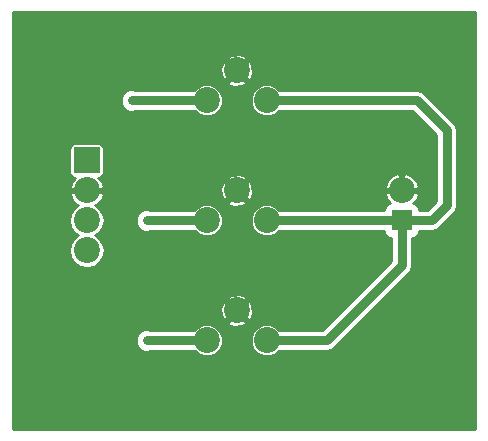
<source format=gbr>
G04 #@! TF.FileFunction,Copper,L2,Bot,Signal*
%FSLAX46Y46*%
G04 Gerber Fmt 4.6, Leading zero omitted, Abs format (unit mm)*
G04 Created by KiCad (PCBNEW 4.0.7) date 02/05/19 19:23:53*
%MOMM*%
%LPD*%
G01*
G04 APERTURE LIST*
%ADD10C,0.100000*%
%ADD11R,2.200000X2.200000*%
%ADD12C,2.200000*%
%ADD13R,1.700000X1.700000*%
%ADD14C,0.600000*%
%ADD15C,0.800000*%
%ADD16C,0.254000*%
G04 APERTURE END LIST*
D10*
D11*
X116840000Y-96520000D03*
D12*
X116840000Y-99060000D03*
X116840000Y-101600000D03*
X116840000Y-104140000D03*
D13*
X143510000Y-101600000D03*
D12*
X143510000Y-99060000D03*
X127000000Y-101600000D03*
X129540000Y-99060000D03*
X132080000Y-101600000D03*
X127000000Y-111760000D03*
X129540000Y-109220000D03*
X132080000Y-111760000D03*
X127000000Y-91440000D03*
X129540000Y-88900000D03*
X132080000Y-91440000D03*
D14*
X120650000Y-91440000D03*
X121920000Y-101600000D03*
X121920000Y-111760000D03*
D15*
X127000000Y-91440000D02*
X120650000Y-91440000D01*
X127000000Y-101600000D02*
X121920000Y-101600000D01*
X127000000Y-111760000D02*
X121920000Y-111760000D01*
X143510000Y-101600000D02*
X146050000Y-101600000D01*
X146050000Y-101600000D02*
X147320000Y-100330000D01*
X147320000Y-100330000D02*
X147320000Y-93980000D01*
X147320000Y-93980000D02*
X144780000Y-91440000D01*
X144780000Y-91440000D02*
X132080000Y-91440000D01*
X143510000Y-101600000D02*
X132080000Y-101600000D01*
X143510000Y-101600000D02*
X143510000Y-105410000D01*
X143510000Y-105410000D02*
X137160000Y-111760000D01*
X137160000Y-111760000D02*
X132080000Y-111760000D01*
D16*
G36*
X149733000Y-119253000D02*
X110617000Y-119253000D01*
X110617000Y-111945167D01*
X120984838Y-111945167D01*
X121126883Y-112288943D01*
X121389673Y-112552192D01*
X121733201Y-112694838D01*
X122105167Y-112695162D01*
X122216888Y-112649000D01*
X125972861Y-112649000D01*
X126231452Y-112908043D01*
X126729291Y-113114764D01*
X127268344Y-113115235D01*
X127766543Y-112909383D01*
X128148043Y-112528548D01*
X128354764Y-112030709D01*
X128355235Y-111491656D01*
X128149383Y-110993457D01*
X127768548Y-110611957D01*
X127270709Y-110405236D01*
X126731656Y-110404765D01*
X126233457Y-110610617D01*
X125972619Y-110871000D01*
X122217189Y-110871000D01*
X122106799Y-110825162D01*
X121734833Y-110824838D01*
X121391057Y-110966883D01*
X121127808Y-111229673D01*
X120985162Y-111573201D01*
X120984838Y-111945167D01*
X110617000Y-111945167D01*
X110617000Y-110169774D01*
X128769831Y-110169774D01*
X128834131Y-110407611D01*
X129342342Y-110587333D01*
X129880644Y-110558892D01*
X130245869Y-110407611D01*
X130310169Y-110169774D01*
X129540000Y-109399605D01*
X128769831Y-110169774D01*
X110617000Y-110169774D01*
X110617000Y-109022342D01*
X128172667Y-109022342D01*
X128201108Y-109560644D01*
X128352389Y-109925869D01*
X128590226Y-109990169D01*
X129360395Y-109220000D01*
X129719605Y-109220000D01*
X130489774Y-109990169D01*
X130727611Y-109925869D01*
X130907333Y-109417658D01*
X130878892Y-108879356D01*
X130727611Y-108514131D01*
X130489774Y-108449831D01*
X129719605Y-109220000D01*
X129360395Y-109220000D01*
X128590226Y-108449831D01*
X128352389Y-108514131D01*
X128172667Y-109022342D01*
X110617000Y-109022342D01*
X110617000Y-108270226D01*
X128769831Y-108270226D01*
X129540000Y-109040395D01*
X130310169Y-108270226D01*
X130245869Y-108032389D01*
X129737658Y-107852667D01*
X129199356Y-107881108D01*
X128834131Y-108032389D01*
X128769831Y-108270226D01*
X110617000Y-108270226D01*
X110617000Y-101600000D01*
X115325907Y-101600000D01*
X115438946Y-102168285D01*
X115760853Y-102650054D01*
X116090026Y-102870000D01*
X115760853Y-103089946D01*
X115438946Y-103571715D01*
X115325907Y-104140000D01*
X115438946Y-104708285D01*
X115760853Y-105190054D01*
X116242622Y-105511961D01*
X116810907Y-105625000D01*
X116869093Y-105625000D01*
X117437378Y-105511961D01*
X117919147Y-105190054D01*
X118241054Y-104708285D01*
X118354093Y-104140000D01*
X118241054Y-103571715D01*
X117919147Y-103089946D01*
X117589974Y-102870000D01*
X117919147Y-102650054D01*
X118241054Y-102168285D01*
X118317260Y-101785167D01*
X120984838Y-101785167D01*
X121126883Y-102128943D01*
X121389673Y-102392192D01*
X121733201Y-102534838D01*
X122105167Y-102535162D01*
X122216888Y-102489000D01*
X125972861Y-102489000D01*
X126231452Y-102748043D01*
X126729291Y-102954764D01*
X127268344Y-102955235D01*
X127766543Y-102749383D01*
X128148043Y-102368548D01*
X128354764Y-101870709D01*
X128355235Y-101331656D01*
X128149383Y-100833457D01*
X127768548Y-100451957D01*
X127270709Y-100245236D01*
X126731656Y-100244765D01*
X126233457Y-100450617D01*
X125972619Y-100711000D01*
X122217189Y-100711000D01*
X122106799Y-100665162D01*
X121734833Y-100664838D01*
X121391057Y-100806883D01*
X121127808Y-101069673D01*
X120985162Y-101413201D01*
X120984838Y-101785167D01*
X118317260Y-101785167D01*
X118354093Y-101600000D01*
X118241054Y-101031715D01*
X117919147Y-100549946D01*
X117578447Y-100322298D01*
X117721358Y-100255183D01*
X117945007Y-100009774D01*
X128769831Y-100009774D01*
X128834131Y-100247611D01*
X129342342Y-100427333D01*
X129880644Y-100398892D01*
X130245869Y-100247611D01*
X130310169Y-100009774D01*
X129540000Y-99239605D01*
X128769831Y-100009774D01*
X117945007Y-100009774D01*
X118111645Y-99826924D01*
X118281476Y-99416890D01*
X118160155Y-99187000D01*
X116967000Y-99187000D01*
X116967000Y-99207000D01*
X116713000Y-99207000D01*
X116713000Y-99187000D01*
X115519845Y-99187000D01*
X115398524Y-99416890D01*
X115568355Y-99826924D01*
X115958642Y-100255183D01*
X116101553Y-100322298D01*
X115760853Y-100549946D01*
X115438946Y-101031715D01*
X115325907Y-101600000D01*
X110617000Y-101600000D01*
X110617000Y-95670000D01*
X115342560Y-95670000D01*
X115342560Y-97370000D01*
X115386838Y-97605317D01*
X115525910Y-97821441D01*
X115738110Y-97966431D01*
X115846107Y-97988301D01*
X115568355Y-98293076D01*
X115398524Y-98703110D01*
X115519845Y-98933000D01*
X116713000Y-98933000D01*
X116713000Y-98913000D01*
X116967000Y-98913000D01*
X116967000Y-98933000D01*
X118160155Y-98933000D01*
X118197443Y-98862342D01*
X128172667Y-98862342D01*
X128201108Y-99400644D01*
X128352389Y-99765869D01*
X128590226Y-99830169D01*
X129360395Y-99060000D01*
X129719605Y-99060000D01*
X130489774Y-99830169D01*
X130727611Y-99765869D01*
X130907333Y-99257658D01*
X130878892Y-98719356D01*
X130872163Y-98703110D01*
X142068524Y-98703110D01*
X142189845Y-98933000D01*
X143383000Y-98933000D01*
X143383000Y-97739181D01*
X143637000Y-97739181D01*
X143637000Y-98933000D01*
X144830155Y-98933000D01*
X144951476Y-98703110D01*
X144781645Y-98293076D01*
X144391358Y-97864817D01*
X143866892Y-97618514D01*
X143637000Y-97739181D01*
X143383000Y-97739181D01*
X143153108Y-97618514D01*
X142628642Y-97864817D01*
X142238355Y-98293076D01*
X142068524Y-98703110D01*
X130872163Y-98703110D01*
X130727611Y-98354131D01*
X130489774Y-98289831D01*
X129719605Y-99060000D01*
X129360395Y-99060000D01*
X128590226Y-98289831D01*
X128352389Y-98354131D01*
X128172667Y-98862342D01*
X118197443Y-98862342D01*
X118281476Y-98703110D01*
X118111645Y-98293076D01*
X117945008Y-98110226D01*
X128769831Y-98110226D01*
X129540000Y-98880395D01*
X130310169Y-98110226D01*
X130245869Y-97872389D01*
X129737658Y-97692667D01*
X129199356Y-97721108D01*
X128834131Y-97872389D01*
X128769831Y-98110226D01*
X117945008Y-98110226D01*
X117835499Y-97990063D01*
X117925317Y-97973162D01*
X118141441Y-97834090D01*
X118286431Y-97621890D01*
X118337440Y-97370000D01*
X118337440Y-95670000D01*
X118293162Y-95434683D01*
X118154090Y-95218559D01*
X117941890Y-95073569D01*
X117690000Y-95022560D01*
X115990000Y-95022560D01*
X115754683Y-95066838D01*
X115538559Y-95205910D01*
X115393569Y-95418110D01*
X115342560Y-95670000D01*
X110617000Y-95670000D01*
X110617000Y-91625167D01*
X119714838Y-91625167D01*
X119856883Y-91968943D01*
X120119673Y-92232192D01*
X120463201Y-92374838D01*
X120835167Y-92375162D01*
X120946888Y-92329000D01*
X125972861Y-92329000D01*
X126231452Y-92588043D01*
X126729291Y-92794764D01*
X127268344Y-92795235D01*
X127766543Y-92589383D01*
X128148043Y-92208548D01*
X128354764Y-91710709D01*
X128354766Y-91708344D01*
X130724765Y-91708344D01*
X130930617Y-92206543D01*
X131311452Y-92588043D01*
X131809291Y-92794764D01*
X132348344Y-92795235D01*
X132846543Y-92589383D01*
X133107381Y-92329000D01*
X144411764Y-92329000D01*
X146431000Y-94348236D01*
X146431000Y-99961764D01*
X145681764Y-100711000D01*
X145000102Y-100711000D01*
X144963162Y-100514683D01*
X144824090Y-100298559D01*
X144611890Y-100153569D01*
X144503893Y-100131699D01*
X144781645Y-99826924D01*
X144951476Y-99416890D01*
X144830155Y-99187000D01*
X143637000Y-99187000D01*
X143637000Y-99207000D01*
X143383000Y-99207000D01*
X143383000Y-99187000D01*
X142189845Y-99187000D01*
X142068524Y-99416890D01*
X142238355Y-99826924D01*
X142514501Y-100129937D01*
X142424683Y-100146838D01*
X142208559Y-100285910D01*
X142063569Y-100498110D01*
X142020458Y-100711000D01*
X133107139Y-100711000D01*
X132848548Y-100451957D01*
X132350709Y-100245236D01*
X131811656Y-100244765D01*
X131313457Y-100450617D01*
X130931957Y-100831452D01*
X130725236Y-101329291D01*
X130724765Y-101868344D01*
X130930617Y-102366543D01*
X131311452Y-102748043D01*
X131809291Y-102954764D01*
X132348344Y-102955235D01*
X132846543Y-102749383D01*
X133107381Y-102489000D01*
X142019898Y-102489000D01*
X142056838Y-102685317D01*
X142195910Y-102901441D01*
X142408110Y-103046431D01*
X142621000Y-103089542D01*
X142621000Y-105041764D01*
X136791764Y-110871000D01*
X133107139Y-110871000D01*
X132848548Y-110611957D01*
X132350709Y-110405236D01*
X131811656Y-110404765D01*
X131313457Y-110610617D01*
X130931957Y-110991452D01*
X130725236Y-111489291D01*
X130724765Y-112028344D01*
X130930617Y-112526543D01*
X131311452Y-112908043D01*
X131809291Y-113114764D01*
X132348344Y-113115235D01*
X132846543Y-112909383D01*
X133107381Y-112649000D01*
X137160000Y-112649000D01*
X137500206Y-112581329D01*
X137788618Y-112388618D01*
X144138618Y-106038618D01*
X144331329Y-105750206D01*
X144399000Y-105410000D01*
X144399000Y-103090102D01*
X144595317Y-103053162D01*
X144811441Y-102914090D01*
X144956431Y-102701890D01*
X144999542Y-102489000D01*
X146050000Y-102489000D01*
X146390206Y-102421329D01*
X146678618Y-102228618D01*
X147948618Y-100958618D01*
X148032248Y-100833457D01*
X148141329Y-100670206D01*
X148209000Y-100330000D01*
X148209000Y-93980000D01*
X148141329Y-93639794D01*
X147948618Y-93351382D01*
X145408618Y-90811382D01*
X145120206Y-90618671D01*
X144780000Y-90551000D01*
X133107139Y-90551000D01*
X132848548Y-90291957D01*
X132350709Y-90085236D01*
X131811656Y-90084765D01*
X131313457Y-90290617D01*
X130931957Y-90671452D01*
X130725236Y-91169291D01*
X130724765Y-91708344D01*
X128354766Y-91708344D01*
X128355235Y-91171656D01*
X128149383Y-90673457D01*
X127768548Y-90291957D01*
X127270709Y-90085236D01*
X126731656Y-90084765D01*
X126233457Y-90290617D01*
X125972619Y-90551000D01*
X120947189Y-90551000D01*
X120836799Y-90505162D01*
X120464833Y-90504838D01*
X120121057Y-90646883D01*
X119857808Y-90909673D01*
X119715162Y-91253201D01*
X119714838Y-91625167D01*
X110617000Y-91625167D01*
X110617000Y-89849774D01*
X128769831Y-89849774D01*
X128834131Y-90087611D01*
X129342342Y-90267333D01*
X129880644Y-90238892D01*
X130245869Y-90087611D01*
X130310169Y-89849774D01*
X129540000Y-89079605D01*
X128769831Y-89849774D01*
X110617000Y-89849774D01*
X110617000Y-88702342D01*
X128172667Y-88702342D01*
X128201108Y-89240644D01*
X128352389Y-89605869D01*
X128590226Y-89670169D01*
X129360395Y-88900000D01*
X129719605Y-88900000D01*
X130489774Y-89670169D01*
X130727611Y-89605869D01*
X130907333Y-89097658D01*
X130878892Y-88559356D01*
X130727611Y-88194131D01*
X130489774Y-88129831D01*
X129719605Y-88900000D01*
X129360395Y-88900000D01*
X128590226Y-88129831D01*
X128352389Y-88194131D01*
X128172667Y-88702342D01*
X110617000Y-88702342D01*
X110617000Y-87950226D01*
X128769831Y-87950226D01*
X129540000Y-88720395D01*
X130310169Y-87950226D01*
X130245869Y-87712389D01*
X129737658Y-87532667D01*
X129199356Y-87561108D01*
X128834131Y-87712389D01*
X128769831Y-87950226D01*
X110617000Y-87950226D01*
X110617000Y-83947000D01*
X149733000Y-83947000D01*
X149733000Y-119253000D01*
X149733000Y-119253000D01*
G37*
X149733000Y-119253000D02*
X110617000Y-119253000D01*
X110617000Y-111945167D01*
X120984838Y-111945167D01*
X121126883Y-112288943D01*
X121389673Y-112552192D01*
X121733201Y-112694838D01*
X122105167Y-112695162D01*
X122216888Y-112649000D01*
X125972861Y-112649000D01*
X126231452Y-112908043D01*
X126729291Y-113114764D01*
X127268344Y-113115235D01*
X127766543Y-112909383D01*
X128148043Y-112528548D01*
X128354764Y-112030709D01*
X128355235Y-111491656D01*
X128149383Y-110993457D01*
X127768548Y-110611957D01*
X127270709Y-110405236D01*
X126731656Y-110404765D01*
X126233457Y-110610617D01*
X125972619Y-110871000D01*
X122217189Y-110871000D01*
X122106799Y-110825162D01*
X121734833Y-110824838D01*
X121391057Y-110966883D01*
X121127808Y-111229673D01*
X120985162Y-111573201D01*
X120984838Y-111945167D01*
X110617000Y-111945167D01*
X110617000Y-110169774D01*
X128769831Y-110169774D01*
X128834131Y-110407611D01*
X129342342Y-110587333D01*
X129880644Y-110558892D01*
X130245869Y-110407611D01*
X130310169Y-110169774D01*
X129540000Y-109399605D01*
X128769831Y-110169774D01*
X110617000Y-110169774D01*
X110617000Y-109022342D01*
X128172667Y-109022342D01*
X128201108Y-109560644D01*
X128352389Y-109925869D01*
X128590226Y-109990169D01*
X129360395Y-109220000D01*
X129719605Y-109220000D01*
X130489774Y-109990169D01*
X130727611Y-109925869D01*
X130907333Y-109417658D01*
X130878892Y-108879356D01*
X130727611Y-108514131D01*
X130489774Y-108449831D01*
X129719605Y-109220000D01*
X129360395Y-109220000D01*
X128590226Y-108449831D01*
X128352389Y-108514131D01*
X128172667Y-109022342D01*
X110617000Y-109022342D01*
X110617000Y-108270226D01*
X128769831Y-108270226D01*
X129540000Y-109040395D01*
X130310169Y-108270226D01*
X130245869Y-108032389D01*
X129737658Y-107852667D01*
X129199356Y-107881108D01*
X128834131Y-108032389D01*
X128769831Y-108270226D01*
X110617000Y-108270226D01*
X110617000Y-101600000D01*
X115325907Y-101600000D01*
X115438946Y-102168285D01*
X115760853Y-102650054D01*
X116090026Y-102870000D01*
X115760853Y-103089946D01*
X115438946Y-103571715D01*
X115325907Y-104140000D01*
X115438946Y-104708285D01*
X115760853Y-105190054D01*
X116242622Y-105511961D01*
X116810907Y-105625000D01*
X116869093Y-105625000D01*
X117437378Y-105511961D01*
X117919147Y-105190054D01*
X118241054Y-104708285D01*
X118354093Y-104140000D01*
X118241054Y-103571715D01*
X117919147Y-103089946D01*
X117589974Y-102870000D01*
X117919147Y-102650054D01*
X118241054Y-102168285D01*
X118317260Y-101785167D01*
X120984838Y-101785167D01*
X121126883Y-102128943D01*
X121389673Y-102392192D01*
X121733201Y-102534838D01*
X122105167Y-102535162D01*
X122216888Y-102489000D01*
X125972861Y-102489000D01*
X126231452Y-102748043D01*
X126729291Y-102954764D01*
X127268344Y-102955235D01*
X127766543Y-102749383D01*
X128148043Y-102368548D01*
X128354764Y-101870709D01*
X128355235Y-101331656D01*
X128149383Y-100833457D01*
X127768548Y-100451957D01*
X127270709Y-100245236D01*
X126731656Y-100244765D01*
X126233457Y-100450617D01*
X125972619Y-100711000D01*
X122217189Y-100711000D01*
X122106799Y-100665162D01*
X121734833Y-100664838D01*
X121391057Y-100806883D01*
X121127808Y-101069673D01*
X120985162Y-101413201D01*
X120984838Y-101785167D01*
X118317260Y-101785167D01*
X118354093Y-101600000D01*
X118241054Y-101031715D01*
X117919147Y-100549946D01*
X117578447Y-100322298D01*
X117721358Y-100255183D01*
X117945007Y-100009774D01*
X128769831Y-100009774D01*
X128834131Y-100247611D01*
X129342342Y-100427333D01*
X129880644Y-100398892D01*
X130245869Y-100247611D01*
X130310169Y-100009774D01*
X129540000Y-99239605D01*
X128769831Y-100009774D01*
X117945007Y-100009774D01*
X118111645Y-99826924D01*
X118281476Y-99416890D01*
X118160155Y-99187000D01*
X116967000Y-99187000D01*
X116967000Y-99207000D01*
X116713000Y-99207000D01*
X116713000Y-99187000D01*
X115519845Y-99187000D01*
X115398524Y-99416890D01*
X115568355Y-99826924D01*
X115958642Y-100255183D01*
X116101553Y-100322298D01*
X115760853Y-100549946D01*
X115438946Y-101031715D01*
X115325907Y-101600000D01*
X110617000Y-101600000D01*
X110617000Y-95670000D01*
X115342560Y-95670000D01*
X115342560Y-97370000D01*
X115386838Y-97605317D01*
X115525910Y-97821441D01*
X115738110Y-97966431D01*
X115846107Y-97988301D01*
X115568355Y-98293076D01*
X115398524Y-98703110D01*
X115519845Y-98933000D01*
X116713000Y-98933000D01*
X116713000Y-98913000D01*
X116967000Y-98913000D01*
X116967000Y-98933000D01*
X118160155Y-98933000D01*
X118197443Y-98862342D01*
X128172667Y-98862342D01*
X128201108Y-99400644D01*
X128352389Y-99765869D01*
X128590226Y-99830169D01*
X129360395Y-99060000D01*
X129719605Y-99060000D01*
X130489774Y-99830169D01*
X130727611Y-99765869D01*
X130907333Y-99257658D01*
X130878892Y-98719356D01*
X130872163Y-98703110D01*
X142068524Y-98703110D01*
X142189845Y-98933000D01*
X143383000Y-98933000D01*
X143383000Y-97739181D01*
X143637000Y-97739181D01*
X143637000Y-98933000D01*
X144830155Y-98933000D01*
X144951476Y-98703110D01*
X144781645Y-98293076D01*
X144391358Y-97864817D01*
X143866892Y-97618514D01*
X143637000Y-97739181D01*
X143383000Y-97739181D01*
X143153108Y-97618514D01*
X142628642Y-97864817D01*
X142238355Y-98293076D01*
X142068524Y-98703110D01*
X130872163Y-98703110D01*
X130727611Y-98354131D01*
X130489774Y-98289831D01*
X129719605Y-99060000D01*
X129360395Y-99060000D01*
X128590226Y-98289831D01*
X128352389Y-98354131D01*
X128172667Y-98862342D01*
X118197443Y-98862342D01*
X118281476Y-98703110D01*
X118111645Y-98293076D01*
X117945008Y-98110226D01*
X128769831Y-98110226D01*
X129540000Y-98880395D01*
X130310169Y-98110226D01*
X130245869Y-97872389D01*
X129737658Y-97692667D01*
X129199356Y-97721108D01*
X128834131Y-97872389D01*
X128769831Y-98110226D01*
X117945008Y-98110226D01*
X117835499Y-97990063D01*
X117925317Y-97973162D01*
X118141441Y-97834090D01*
X118286431Y-97621890D01*
X118337440Y-97370000D01*
X118337440Y-95670000D01*
X118293162Y-95434683D01*
X118154090Y-95218559D01*
X117941890Y-95073569D01*
X117690000Y-95022560D01*
X115990000Y-95022560D01*
X115754683Y-95066838D01*
X115538559Y-95205910D01*
X115393569Y-95418110D01*
X115342560Y-95670000D01*
X110617000Y-95670000D01*
X110617000Y-91625167D01*
X119714838Y-91625167D01*
X119856883Y-91968943D01*
X120119673Y-92232192D01*
X120463201Y-92374838D01*
X120835167Y-92375162D01*
X120946888Y-92329000D01*
X125972861Y-92329000D01*
X126231452Y-92588043D01*
X126729291Y-92794764D01*
X127268344Y-92795235D01*
X127766543Y-92589383D01*
X128148043Y-92208548D01*
X128354764Y-91710709D01*
X128354766Y-91708344D01*
X130724765Y-91708344D01*
X130930617Y-92206543D01*
X131311452Y-92588043D01*
X131809291Y-92794764D01*
X132348344Y-92795235D01*
X132846543Y-92589383D01*
X133107381Y-92329000D01*
X144411764Y-92329000D01*
X146431000Y-94348236D01*
X146431000Y-99961764D01*
X145681764Y-100711000D01*
X145000102Y-100711000D01*
X144963162Y-100514683D01*
X144824090Y-100298559D01*
X144611890Y-100153569D01*
X144503893Y-100131699D01*
X144781645Y-99826924D01*
X144951476Y-99416890D01*
X144830155Y-99187000D01*
X143637000Y-99187000D01*
X143637000Y-99207000D01*
X143383000Y-99207000D01*
X143383000Y-99187000D01*
X142189845Y-99187000D01*
X142068524Y-99416890D01*
X142238355Y-99826924D01*
X142514501Y-100129937D01*
X142424683Y-100146838D01*
X142208559Y-100285910D01*
X142063569Y-100498110D01*
X142020458Y-100711000D01*
X133107139Y-100711000D01*
X132848548Y-100451957D01*
X132350709Y-100245236D01*
X131811656Y-100244765D01*
X131313457Y-100450617D01*
X130931957Y-100831452D01*
X130725236Y-101329291D01*
X130724765Y-101868344D01*
X130930617Y-102366543D01*
X131311452Y-102748043D01*
X131809291Y-102954764D01*
X132348344Y-102955235D01*
X132846543Y-102749383D01*
X133107381Y-102489000D01*
X142019898Y-102489000D01*
X142056838Y-102685317D01*
X142195910Y-102901441D01*
X142408110Y-103046431D01*
X142621000Y-103089542D01*
X142621000Y-105041764D01*
X136791764Y-110871000D01*
X133107139Y-110871000D01*
X132848548Y-110611957D01*
X132350709Y-110405236D01*
X131811656Y-110404765D01*
X131313457Y-110610617D01*
X130931957Y-110991452D01*
X130725236Y-111489291D01*
X130724765Y-112028344D01*
X130930617Y-112526543D01*
X131311452Y-112908043D01*
X131809291Y-113114764D01*
X132348344Y-113115235D01*
X132846543Y-112909383D01*
X133107381Y-112649000D01*
X137160000Y-112649000D01*
X137500206Y-112581329D01*
X137788618Y-112388618D01*
X144138618Y-106038618D01*
X144331329Y-105750206D01*
X144399000Y-105410000D01*
X144399000Y-103090102D01*
X144595317Y-103053162D01*
X144811441Y-102914090D01*
X144956431Y-102701890D01*
X144999542Y-102489000D01*
X146050000Y-102489000D01*
X146390206Y-102421329D01*
X146678618Y-102228618D01*
X147948618Y-100958618D01*
X148032248Y-100833457D01*
X148141329Y-100670206D01*
X148209000Y-100330000D01*
X148209000Y-93980000D01*
X148141329Y-93639794D01*
X147948618Y-93351382D01*
X145408618Y-90811382D01*
X145120206Y-90618671D01*
X144780000Y-90551000D01*
X133107139Y-90551000D01*
X132848548Y-90291957D01*
X132350709Y-90085236D01*
X131811656Y-90084765D01*
X131313457Y-90290617D01*
X130931957Y-90671452D01*
X130725236Y-91169291D01*
X130724765Y-91708344D01*
X128354766Y-91708344D01*
X128355235Y-91171656D01*
X128149383Y-90673457D01*
X127768548Y-90291957D01*
X127270709Y-90085236D01*
X126731656Y-90084765D01*
X126233457Y-90290617D01*
X125972619Y-90551000D01*
X120947189Y-90551000D01*
X120836799Y-90505162D01*
X120464833Y-90504838D01*
X120121057Y-90646883D01*
X119857808Y-90909673D01*
X119715162Y-91253201D01*
X119714838Y-91625167D01*
X110617000Y-91625167D01*
X110617000Y-89849774D01*
X128769831Y-89849774D01*
X128834131Y-90087611D01*
X129342342Y-90267333D01*
X129880644Y-90238892D01*
X130245869Y-90087611D01*
X130310169Y-89849774D01*
X129540000Y-89079605D01*
X128769831Y-89849774D01*
X110617000Y-89849774D01*
X110617000Y-88702342D01*
X128172667Y-88702342D01*
X128201108Y-89240644D01*
X128352389Y-89605869D01*
X128590226Y-89670169D01*
X129360395Y-88900000D01*
X129719605Y-88900000D01*
X130489774Y-89670169D01*
X130727611Y-89605869D01*
X130907333Y-89097658D01*
X130878892Y-88559356D01*
X130727611Y-88194131D01*
X130489774Y-88129831D01*
X129719605Y-88900000D01*
X129360395Y-88900000D01*
X128590226Y-88129831D01*
X128352389Y-88194131D01*
X128172667Y-88702342D01*
X110617000Y-88702342D01*
X110617000Y-87950226D01*
X128769831Y-87950226D01*
X129540000Y-88720395D01*
X130310169Y-87950226D01*
X130245869Y-87712389D01*
X129737658Y-87532667D01*
X129199356Y-87561108D01*
X128834131Y-87712389D01*
X128769831Y-87950226D01*
X110617000Y-87950226D01*
X110617000Y-83947000D01*
X149733000Y-83947000D01*
X149733000Y-119253000D01*
M02*

</source>
